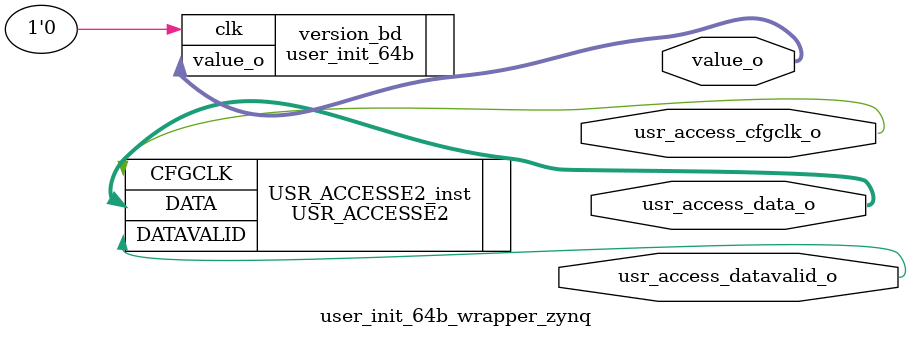
<source format=v>

module user_init_64b_wrapper_zynq (
  output [63:0]   value_o,
  output          usr_access_cfgclk_o,
  output          usr_access_datavalid_o,
  output [31:0]   usr_access_data_o
);


  user_init_64b version_bd (
    .clk      (1'b0),
    .value_o  (value_o)
  );

  USR_ACCESSE2 USR_ACCESSE2_inst (
     .CFGCLK    (usr_access_cfgclk_o),   // 1-bit output: Configuration Clock
     .DATA      (usr_access_data_o),     // 32-bit output: Configuration Data reflecting the contents of the AXSS register
     .DATAVALID (usr_access_datavalid_o) // 1-bit output: Active-High Data Valid
  );

endmodule


</source>
